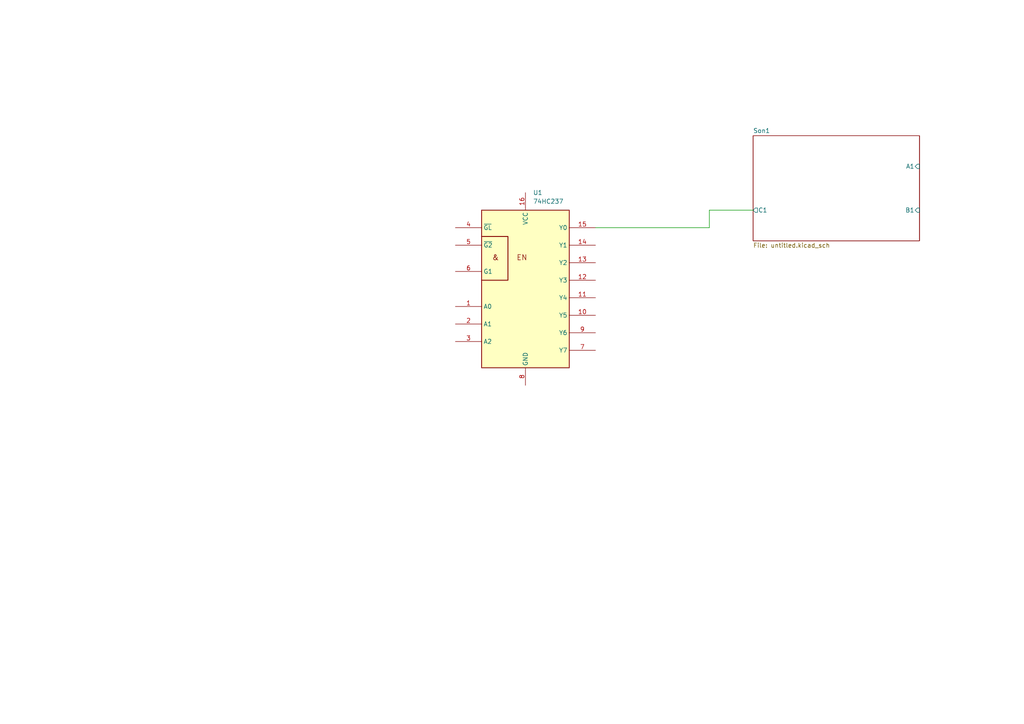
<source format=kicad_sch>
(kicad_sch (version 20231120) (generator "eeschema") (generator_version "8.0")
  (paper "A4")
  (lib_symbols
    (symbol "74xx_IEEE:74HC237"
      (property "Reference" "U" (at 7.62 17.78 0))
      (property "Value" "74HC237" (at 17.78 -33.02 0))
      (symbol "74HC237_0_0"
        (text "&" (at -8.636 1.524 0) (effects (font (size 1.524 1.524))))
        (text "EN" (at -1.016 1.524 0) (effects (font (size 1.524 1.524))))
        (pin power_in line (at 0 20.32 270) (length 5.08) (name "VCC") (number "16"))
      )
      (symbol "74HC237_0_1"
        (rectangle (start -12.7 15.24) (end 12.7 -30.48) (stroke (width 0.254)) (fill (type background)))
        (polyline (pts (xy -12.7 7.62) (xy -5.08 7.62) (xy -5.08 -5.08) (xy -12.7 -5.08) (xy -12.7 -5.08)) (stroke (width 0.254)) (fill (type background)))
        (pin power_in line (at 0 -35.56 90) (length 5.08) (name "GND") (number "8"))
      )
      (symbol "74HC237_1_1"
        (pin input line (at -20.32 -12.7 0) (length 7.62) (name "A0") (number "1"))
        (pin output line (at 20.32 -15.24 180) (length 7.62) (name "Y5") (number "10"))
        (pin output line (at 20.32 -10.16 180) (length 7.62) (name "Y4") (number "11"))
        (pin output line (at 20.32 -5.08 180) (length 7.62) (name "Y3") (number "12"))
        (pin output line (at 20.32 0 180) (length 7.62) (name "Y2") (number "13"))
        (pin output line (at 20.32 5.08 180) (length 7.62) (name "Y1") (number "14"))
        (pin output line (at 20.32 10.16 180) (length 7.62) (name "Y0") (number "15"))
        (pin input line (at -20.32 -17.78 0) (length 7.62) (name "A1") (number "2"))
        (pin input line (at -20.32 -22.86 0) (length 7.62) (name "A2") (number "3"))
        (pin input line (at -20.32 10.16 0) (length 7.62) (name "~{GL}") (number "4"))
        (pin input line (at -20.32 5.08 0) (length 7.62) (name "~{G2}") (number "5"))
        (pin input line (at -20.32 -2.54 0) (length 7.62) (name "G1") (number "6"))
        (pin output line (at 20.32 -25.4 180) (length 7.62) (name "Y7") (number "7"))
        (pin output line (at 20.32 -20.32 180) (length 7.62) (name "Y6") (number "9"))
      )
    )
  )
  (wire (pts (xy 205.74 66.04) (xy 205.74 60.96)))
  (wire (pts (xy 205.74 60.96) (xy 218.44 60.96)))
  (wire (pts (xy 172.72 66.04) (xy 205.74 66.04)))
  (symbol (lib_id "74xx_IEEE:74HC237") (at 152.4 76.2 0) (unit 1)
    (property "Reference" "U1" (at 154.5941 55.88 0) (effects (justify left)))
    (property "Value" "74HC237" (at 154.5941 58.42 0) (effects (justify left)))
  )
  (sheet (at 218.44 39.37) (size 48.26 30.48) (stroke (width 0.1524))
    (property "Sheetname" "Son1" (at 218.44 38.6584 0) (effects (justify left bottom)))
    (property "Sheetfile" "untitled.kicad_sch" (at 218.44 70.4346 0) (effects (justify left top)))
    (pin "A1" input (at 266.7 48.26 0))
    (pin "B1" input (at 266.7 60.96 0))
    (pin "C1" output (at 218.44 60.96 180))
  )
)
</source>
